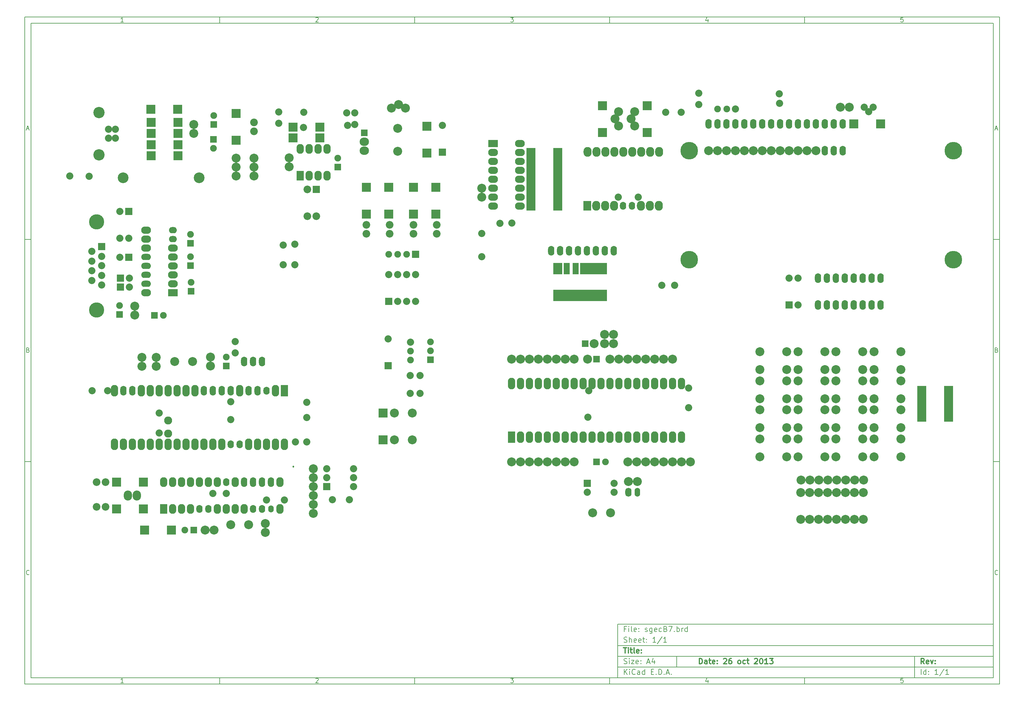
<source format=gts>
G04 (created by PCBNEW-RS274X (2011-04-29 BZR 2986)-stable) date 10/26/2013 1:24:27 PM*
G01*
G70*
G90*
%MOIN*%
G04 Gerber Fmt 3.4, Leading zero omitted, Abs format*
%FSLAX34Y34*%
G04 APERTURE LIST*
%ADD10C,0.006000*%
%ADD11C,0.012000*%
%ADD12R,0.082000X0.130000*%
%ADD13O,0.082000X0.130000*%
%ADD14O,0.070000X0.090000*%
%ADD15O,0.070000X0.110000*%
%ADD16C,0.020400*%
%ADD17C,0.080000*%
%ADD18R,0.080000X0.080000*%
%ADD19C,0.100000*%
%ADD20O,0.070000X0.100000*%
%ADD21O,0.060000X0.100000*%
%ADD22R,0.100000X0.100000*%
%ADD23C,0.075000*%
%ADD24C,0.126300*%
%ADD25R,0.100000X0.130000*%
%ADD26R,0.070000X0.130000*%
%ADD27C,0.086000*%
%ADD28R,0.075000X0.075000*%
%ADD29C,0.197200*%
%ADD30C,0.120000*%
%ADD31O,0.090000X0.110000*%
%ADD32R,0.090000X0.110000*%
%ADD33R,0.082000X0.110000*%
%ADD34O,0.082000X0.110000*%
%ADD35O,0.060000X0.080000*%
%ADD36R,0.110000X0.082000*%
%ADD37O,0.110000X0.082000*%
%ADD38O,0.090000X0.070000*%
%ADD39O,0.110000X0.070000*%
%ADD40C,0.170000*%
%ADD41O,0.092000X0.112000*%
%ADD42O,0.105000X0.095000*%
%ADD43C,0.090000*%
G04 APERTURE END LIST*
G54D10*
X04000Y-04000D02*
X113000Y-04000D01*
X113000Y-78670D01*
X04000Y-78670D01*
X04000Y-04000D01*
X04700Y-04700D02*
X112300Y-04700D01*
X112300Y-77970D01*
X04700Y-77970D01*
X04700Y-04700D01*
X25800Y-04000D02*
X25800Y-04700D01*
X15043Y-04552D02*
X14757Y-04552D01*
X14900Y-04552D02*
X14900Y-04052D01*
X14852Y-04124D01*
X14805Y-04171D01*
X14757Y-04195D01*
X25800Y-78670D02*
X25800Y-77970D01*
X15043Y-78522D02*
X14757Y-78522D01*
X14900Y-78522D02*
X14900Y-78022D01*
X14852Y-78094D01*
X14805Y-78141D01*
X14757Y-78165D01*
X47600Y-04000D02*
X47600Y-04700D01*
X36557Y-04100D02*
X36581Y-04076D01*
X36629Y-04052D01*
X36748Y-04052D01*
X36795Y-04076D01*
X36819Y-04100D01*
X36843Y-04148D01*
X36843Y-04195D01*
X36819Y-04267D01*
X36533Y-04552D01*
X36843Y-04552D01*
X47600Y-78670D02*
X47600Y-77970D01*
X36557Y-78070D02*
X36581Y-78046D01*
X36629Y-78022D01*
X36748Y-78022D01*
X36795Y-78046D01*
X36819Y-78070D01*
X36843Y-78118D01*
X36843Y-78165D01*
X36819Y-78237D01*
X36533Y-78522D01*
X36843Y-78522D01*
X69400Y-04000D02*
X69400Y-04700D01*
X58333Y-04052D02*
X58643Y-04052D01*
X58476Y-04243D01*
X58548Y-04243D01*
X58595Y-04267D01*
X58619Y-04290D01*
X58643Y-04338D01*
X58643Y-04457D01*
X58619Y-04505D01*
X58595Y-04529D01*
X58548Y-04552D01*
X58405Y-04552D01*
X58357Y-04529D01*
X58333Y-04505D01*
X69400Y-78670D02*
X69400Y-77970D01*
X58333Y-78022D02*
X58643Y-78022D01*
X58476Y-78213D01*
X58548Y-78213D01*
X58595Y-78237D01*
X58619Y-78260D01*
X58643Y-78308D01*
X58643Y-78427D01*
X58619Y-78475D01*
X58595Y-78499D01*
X58548Y-78522D01*
X58405Y-78522D01*
X58357Y-78499D01*
X58333Y-78475D01*
X91200Y-04000D02*
X91200Y-04700D01*
X80395Y-04219D02*
X80395Y-04552D01*
X80276Y-04029D02*
X80157Y-04386D01*
X80467Y-04386D01*
X91200Y-78670D02*
X91200Y-77970D01*
X80395Y-78189D02*
X80395Y-78522D01*
X80276Y-77999D02*
X80157Y-78356D01*
X80467Y-78356D01*
X102219Y-04052D02*
X101981Y-04052D01*
X101957Y-04290D01*
X101981Y-04267D01*
X102029Y-04243D01*
X102148Y-04243D01*
X102195Y-04267D01*
X102219Y-04290D01*
X102243Y-04338D01*
X102243Y-04457D01*
X102219Y-04505D01*
X102195Y-04529D01*
X102148Y-04552D01*
X102029Y-04552D01*
X101981Y-04529D01*
X101957Y-04505D01*
X102219Y-78022D02*
X101981Y-78022D01*
X101957Y-78260D01*
X101981Y-78237D01*
X102029Y-78213D01*
X102148Y-78213D01*
X102195Y-78237D01*
X102219Y-78260D01*
X102243Y-78308D01*
X102243Y-78427D01*
X102219Y-78475D01*
X102195Y-78499D01*
X102148Y-78522D01*
X102029Y-78522D01*
X101981Y-78499D01*
X101957Y-78475D01*
X04000Y-28890D02*
X04700Y-28890D01*
X04231Y-16510D02*
X04469Y-16510D01*
X04184Y-16652D02*
X04350Y-16152D01*
X04517Y-16652D01*
X113000Y-28890D02*
X112300Y-28890D01*
X112531Y-16510D02*
X112769Y-16510D01*
X112484Y-16652D02*
X112650Y-16152D01*
X112817Y-16652D01*
X04000Y-53780D02*
X04700Y-53780D01*
X04386Y-41280D02*
X04457Y-41304D01*
X04481Y-41328D01*
X04505Y-41376D01*
X04505Y-41447D01*
X04481Y-41495D01*
X04457Y-41519D01*
X04410Y-41542D01*
X04219Y-41542D01*
X04219Y-41042D01*
X04386Y-41042D01*
X04433Y-41066D01*
X04457Y-41090D01*
X04481Y-41138D01*
X04481Y-41185D01*
X04457Y-41233D01*
X04433Y-41257D01*
X04386Y-41280D01*
X04219Y-41280D01*
X113000Y-53780D02*
X112300Y-53780D01*
X112686Y-41280D02*
X112757Y-41304D01*
X112781Y-41328D01*
X112805Y-41376D01*
X112805Y-41447D01*
X112781Y-41495D01*
X112757Y-41519D01*
X112710Y-41542D01*
X112519Y-41542D01*
X112519Y-41042D01*
X112686Y-41042D01*
X112733Y-41066D01*
X112757Y-41090D01*
X112781Y-41138D01*
X112781Y-41185D01*
X112757Y-41233D01*
X112733Y-41257D01*
X112686Y-41280D01*
X112519Y-41280D01*
X04505Y-66385D02*
X04481Y-66409D01*
X04410Y-66432D01*
X04362Y-66432D01*
X04290Y-66409D01*
X04243Y-66361D01*
X04219Y-66313D01*
X04195Y-66218D01*
X04195Y-66147D01*
X04219Y-66051D01*
X04243Y-66004D01*
X04290Y-65956D01*
X04362Y-65932D01*
X04410Y-65932D01*
X04481Y-65956D01*
X04505Y-65980D01*
X112805Y-66385D02*
X112781Y-66409D01*
X112710Y-66432D01*
X112662Y-66432D01*
X112590Y-66409D01*
X112543Y-66361D01*
X112519Y-66313D01*
X112495Y-66218D01*
X112495Y-66147D01*
X112519Y-66051D01*
X112543Y-66004D01*
X112590Y-65956D01*
X112662Y-65932D01*
X112710Y-65932D01*
X112781Y-65956D01*
X112805Y-65980D01*
G54D11*
X79443Y-76413D02*
X79443Y-75813D01*
X79586Y-75813D01*
X79671Y-75841D01*
X79729Y-75899D01*
X79757Y-75956D01*
X79786Y-76070D01*
X79786Y-76156D01*
X79757Y-76270D01*
X79729Y-76327D01*
X79671Y-76384D01*
X79586Y-76413D01*
X79443Y-76413D01*
X80300Y-76413D02*
X80300Y-76099D01*
X80271Y-76041D01*
X80214Y-76013D01*
X80100Y-76013D01*
X80043Y-76041D01*
X80300Y-76384D02*
X80243Y-76413D01*
X80100Y-76413D01*
X80043Y-76384D01*
X80014Y-76327D01*
X80014Y-76270D01*
X80043Y-76213D01*
X80100Y-76184D01*
X80243Y-76184D01*
X80300Y-76156D01*
X80500Y-76013D02*
X80729Y-76013D01*
X80586Y-75813D02*
X80586Y-76327D01*
X80614Y-76384D01*
X80672Y-76413D01*
X80729Y-76413D01*
X81157Y-76384D02*
X81100Y-76413D01*
X80986Y-76413D01*
X80929Y-76384D01*
X80900Y-76327D01*
X80900Y-76099D01*
X80929Y-76041D01*
X80986Y-76013D01*
X81100Y-76013D01*
X81157Y-76041D01*
X81186Y-76099D01*
X81186Y-76156D01*
X80900Y-76213D01*
X81443Y-76356D02*
X81471Y-76384D01*
X81443Y-76413D01*
X81414Y-76384D01*
X81443Y-76356D01*
X81443Y-76413D01*
X81443Y-76041D02*
X81471Y-76070D01*
X81443Y-76099D01*
X81414Y-76070D01*
X81443Y-76041D01*
X81443Y-76099D01*
X82157Y-75870D02*
X82186Y-75841D01*
X82243Y-75813D01*
X82386Y-75813D01*
X82443Y-75841D01*
X82472Y-75870D01*
X82500Y-75927D01*
X82500Y-75984D01*
X82472Y-76070D01*
X82129Y-76413D01*
X82500Y-76413D01*
X83014Y-75813D02*
X82900Y-75813D01*
X82843Y-75841D01*
X82814Y-75870D01*
X82757Y-75956D01*
X82728Y-76070D01*
X82728Y-76299D01*
X82757Y-76356D01*
X82785Y-76384D01*
X82843Y-76413D01*
X82957Y-76413D01*
X83014Y-76384D01*
X83043Y-76356D01*
X83071Y-76299D01*
X83071Y-76156D01*
X83043Y-76099D01*
X83014Y-76070D01*
X82957Y-76041D01*
X82843Y-76041D01*
X82785Y-76070D01*
X82757Y-76099D01*
X82728Y-76156D01*
X83871Y-76413D02*
X83813Y-76384D01*
X83785Y-76356D01*
X83756Y-76299D01*
X83756Y-76127D01*
X83785Y-76070D01*
X83813Y-76041D01*
X83871Y-76013D01*
X83956Y-76013D01*
X84013Y-76041D01*
X84042Y-76070D01*
X84071Y-76127D01*
X84071Y-76299D01*
X84042Y-76356D01*
X84013Y-76384D01*
X83956Y-76413D01*
X83871Y-76413D01*
X84585Y-76384D02*
X84528Y-76413D01*
X84414Y-76413D01*
X84356Y-76384D01*
X84328Y-76356D01*
X84299Y-76299D01*
X84299Y-76127D01*
X84328Y-76070D01*
X84356Y-76041D01*
X84414Y-76013D01*
X84528Y-76013D01*
X84585Y-76041D01*
X84756Y-76013D02*
X84985Y-76013D01*
X84842Y-75813D02*
X84842Y-76327D01*
X84870Y-76384D01*
X84928Y-76413D01*
X84985Y-76413D01*
X85613Y-75870D02*
X85642Y-75841D01*
X85699Y-75813D01*
X85842Y-75813D01*
X85899Y-75841D01*
X85928Y-75870D01*
X85956Y-75927D01*
X85956Y-75984D01*
X85928Y-76070D01*
X85585Y-76413D01*
X85956Y-76413D01*
X86327Y-75813D02*
X86384Y-75813D01*
X86441Y-75841D01*
X86470Y-75870D01*
X86499Y-75927D01*
X86527Y-76041D01*
X86527Y-76184D01*
X86499Y-76299D01*
X86470Y-76356D01*
X86441Y-76384D01*
X86384Y-76413D01*
X86327Y-76413D01*
X86270Y-76384D01*
X86241Y-76356D01*
X86213Y-76299D01*
X86184Y-76184D01*
X86184Y-76041D01*
X86213Y-75927D01*
X86241Y-75870D01*
X86270Y-75841D01*
X86327Y-75813D01*
X87098Y-76413D02*
X86755Y-76413D01*
X86927Y-76413D02*
X86927Y-75813D01*
X86870Y-75899D01*
X86812Y-75956D01*
X86755Y-75984D01*
X87298Y-75813D02*
X87669Y-75813D01*
X87469Y-76041D01*
X87555Y-76041D01*
X87612Y-76070D01*
X87641Y-76099D01*
X87669Y-76156D01*
X87669Y-76299D01*
X87641Y-76356D01*
X87612Y-76384D01*
X87555Y-76413D01*
X87383Y-76413D01*
X87326Y-76384D01*
X87298Y-76356D01*
G54D10*
X71043Y-77613D02*
X71043Y-77013D01*
X71386Y-77613D02*
X71129Y-77270D01*
X71386Y-77013D02*
X71043Y-77356D01*
X71643Y-77613D02*
X71643Y-77213D01*
X71643Y-77013D02*
X71614Y-77041D01*
X71643Y-77070D01*
X71671Y-77041D01*
X71643Y-77013D01*
X71643Y-77070D01*
X72272Y-77556D02*
X72243Y-77584D01*
X72157Y-77613D01*
X72100Y-77613D01*
X72015Y-77584D01*
X71957Y-77527D01*
X71929Y-77470D01*
X71900Y-77356D01*
X71900Y-77270D01*
X71929Y-77156D01*
X71957Y-77099D01*
X72015Y-77041D01*
X72100Y-77013D01*
X72157Y-77013D01*
X72243Y-77041D01*
X72272Y-77070D01*
X72786Y-77613D02*
X72786Y-77299D01*
X72757Y-77241D01*
X72700Y-77213D01*
X72586Y-77213D01*
X72529Y-77241D01*
X72786Y-77584D02*
X72729Y-77613D01*
X72586Y-77613D01*
X72529Y-77584D01*
X72500Y-77527D01*
X72500Y-77470D01*
X72529Y-77413D01*
X72586Y-77384D01*
X72729Y-77384D01*
X72786Y-77356D01*
X73329Y-77613D02*
X73329Y-77013D01*
X73329Y-77584D02*
X73272Y-77613D01*
X73158Y-77613D01*
X73100Y-77584D01*
X73072Y-77556D01*
X73043Y-77499D01*
X73043Y-77327D01*
X73072Y-77270D01*
X73100Y-77241D01*
X73158Y-77213D01*
X73272Y-77213D01*
X73329Y-77241D01*
X74072Y-77299D02*
X74272Y-77299D01*
X74358Y-77613D02*
X74072Y-77613D01*
X74072Y-77013D01*
X74358Y-77013D01*
X74615Y-77556D02*
X74643Y-77584D01*
X74615Y-77613D01*
X74586Y-77584D01*
X74615Y-77556D01*
X74615Y-77613D01*
X74901Y-77613D02*
X74901Y-77013D01*
X75044Y-77013D01*
X75129Y-77041D01*
X75187Y-77099D01*
X75215Y-77156D01*
X75244Y-77270D01*
X75244Y-77356D01*
X75215Y-77470D01*
X75187Y-77527D01*
X75129Y-77584D01*
X75044Y-77613D01*
X74901Y-77613D01*
X75501Y-77556D02*
X75529Y-77584D01*
X75501Y-77613D01*
X75472Y-77584D01*
X75501Y-77556D01*
X75501Y-77613D01*
X75758Y-77441D02*
X76044Y-77441D01*
X75701Y-77613D02*
X75901Y-77013D01*
X76101Y-77613D01*
X76301Y-77556D02*
X76329Y-77584D01*
X76301Y-77613D01*
X76272Y-77584D01*
X76301Y-77556D01*
X76301Y-77613D01*
G54D11*
X104586Y-76413D02*
X104386Y-76127D01*
X104243Y-76413D02*
X104243Y-75813D01*
X104471Y-75813D01*
X104529Y-75841D01*
X104557Y-75870D01*
X104586Y-75927D01*
X104586Y-76013D01*
X104557Y-76070D01*
X104529Y-76099D01*
X104471Y-76127D01*
X104243Y-76127D01*
X105071Y-76384D02*
X105014Y-76413D01*
X104900Y-76413D01*
X104843Y-76384D01*
X104814Y-76327D01*
X104814Y-76099D01*
X104843Y-76041D01*
X104900Y-76013D01*
X105014Y-76013D01*
X105071Y-76041D01*
X105100Y-76099D01*
X105100Y-76156D01*
X104814Y-76213D01*
X105300Y-76013D02*
X105443Y-76413D01*
X105585Y-76013D01*
X105814Y-76356D02*
X105842Y-76384D01*
X105814Y-76413D01*
X105785Y-76384D01*
X105814Y-76356D01*
X105814Y-76413D01*
X105814Y-76041D02*
X105842Y-76070D01*
X105814Y-76099D01*
X105785Y-76070D01*
X105814Y-76041D01*
X105814Y-76099D01*
G54D10*
X71014Y-76384D02*
X71100Y-76413D01*
X71243Y-76413D01*
X71300Y-76384D01*
X71329Y-76356D01*
X71357Y-76299D01*
X71357Y-76241D01*
X71329Y-76184D01*
X71300Y-76156D01*
X71243Y-76127D01*
X71129Y-76099D01*
X71071Y-76070D01*
X71043Y-76041D01*
X71014Y-75984D01*
X71014Y-75927D01*
X71043Y-75870D01*
X71071Y-75841D01*
X71129Y-75813D01*
X71271Y-75813D01*
X71357Y-75841D01*
X71614Y-76413D02*
X71614Y-76013D01*
X71614Y-75813D02*
X71585Y-75841D01*
X71614Y-75870D01*
X71642Y-75841D01*
X71614Y-75813D01*
X71614Y-75870D01*
X71843Y-76013D02*
X72157Y-76013D01*
X71843Y-76413D01*
X72157Y-76413D01*
X72614Y-76384D02*
X72557Y-76413D01*
X72443Y-76413D01*
X72386Y-76384D01*
X72357Y-76327D01*
X72357Y-76099D01*
X72386Y-76041D01*
X72443Y-76013D01*
X72557Y-76013D01*
X72614Y-76041D01*
X72643Y-76099D01*
X72643Y-76156D01*
X72357Y-76213D01*
X72900Y-76356D02*
X72928Y-76384D01*
X72900Y-76413D01*
X72871Y-76384D01*
X72900Y-76356D01*
X72900Y-76413D01*
X72900Y-76041D02*
X72928Y-76070D01*
X72900Y-76099D01*
X72871Y-76070D01*
X72900Y-76041D01*
X72900Y-76099D01*
X73614Y-76241D02*
X73900Y-76241D01*
X73557Y-76413D02*
X73757Y-75813D01*
X73957Y-76413D01*
X74414Y-76013D02*
X74414Y-76413D01*
X74271Y-75784D02*
X74128Y-76213D01*
X74500Y-76213D01*
X104243Y-77613D02*
X104243Y-77013D01*
X104786Y-77613D02*
X104786Y-77013D01*
X104786Y-77584D02*
X104729Y-77613D01*
X104615Y-77613D01*
X104557Y-77584D01*
X104529Y-77556D01*
X104500Y-77499D01*
X104500Y-77327D01*
X104529Y-77270D01*
X104557Y-77241D01*
X104615Y-77213D01*
X104729Y-77213D01*
X104786Y-77241D01*
X105072Y-77556D02*
X105100Y-77584D01*
X105072Y-77613D01*
X105043Y-77584D01*
X105072Y-77556D01*
X105072Y-77613D01*
X105072Y-77241D02*
X105100Y-77270D01*
X105072Y-77299D01*
X105043Y-77270D01*
X105072Y-77241D01*
X105072Y-77299D01*
X106129Y-77613D02*
X105786Y-77613D01*
X105958Y-77613D02*
X105958Y-77013D01*
X105901Y-77099D01*
X105843Y-77156D01*
X105786Y-77184D01*
X106814Y-76984D02*
X106300Y-77756D01*
X107329Y-77613D02*
X106986Y-77613D01*
X107158Y-77613D02*
X107158Y-77013D01*
X107101Y-77099D01*
X107043Y-77156D01*
X106986Y-77184D01*
G54D11*
X70957Y-74613D02*
X71300Y-74613D01*
X71129Y-75213D02*
X71129Y-74613D01*
X71500Y-75213D02*
X71500Y-74813D01*
X71500Y-74613D02*
X71471Y-74641D01*
X71500Y-74670D01*
X71528Y-74641D01*
X71500Y-74613D01*
X71500Y-74670D01*
X71700Y-74813D02*
X71929Y-74813D01*
X71786Y-74613D02*
X71786Y-75127D01*
X71814Y-75184D01*
X71872Y-75213D01*
X71929Y-75213D01*
X72215Y-75213D02*
X72157Y-75184D01*
X72129Y-75127D01*
X72129Y-74613D01*
X72671Y-75184D02*
X72614Y-75213D01*
X72500Y-75213D01*
X72443Y-75184D01*
X72414Y-75127D01*
X72414Y-74899D01*
X72443Y-74841D01*
X72500Y-74813D01*
X72614Y-74813D01*
X72671Y-74841D01*
X72700Y-74899D01*
X72700Y-74956D01*
X72414Y-75013D01*
X72957Y-75156D02*
X72985Y-75184D01*
X72957Y-75213D01*
X72928Y-75184D01*
X72957Y-75156D01*
X72957Y-75213D01*
X72957Y-74841D02*
X72985Y-74870D01*
X72957Y-74899D01*
X72928Y-74870D01*
X72957Y-74841D01*
X72957Y-74899D01*
G54D10*
X71243Y-72499D02*
X71043Y-72499D01*
X71043Y-72813D02*
X71043Y-72213D01*
X71329Y-72213D01*
X71557Y-72813D02*
X71557Y-72413D01*
X71557Y-72213D02*
X71528Y-72241D01*
X71557Y-72270D01*
X71585Y-72241D01*
X71557Y-72213D01*
X71557Y-72270D01*
X71929Y-72813D02*
X71871Y-72784D01*
X71843Y-72727D01*
X71843Y-72213D01*
X72385Y-72784D02*
X72328Y-72813D01*
X72214Y-72813D01*
X72157Y-72784D01*
X72128Y-72727D01*
X72128Y-72499D01*
X72157Y-72441D01*
X72214Y-72413D01*
X72328Y-72413D01*
X72385Y-72441D01*
X72414Y-72499D01*
X72414Y-72556D01*
X72128Y-72613D01*
X72671Y-72756D02*
X72699Y-72784D01*
X72671Y-72813D01*
X72642Y-72784D01*
X72671Y-72756D01*
X72671Y-72813D01*
X72671Y-72441D02*
X72699Y-72470D01*
X72671Y-72499D01*
X72642Y-72470D01*
X72671Y-72441D01*
X72671Y-72499D01*
X73385Y-72784D02*
X73442Y-72813D01*
X73557Y-72813D01*
X73614Y-72784D01*
X73642Y-72727D01*
X73642Y-72699D01*
X73614Y-72641D01*
X73557Y-72613D01*
X73471Y-72613D01*
X73414Y-72584D01*
X73385Y-72527D01*
X73385Y-72499D01*
X73414Y-72441D01*
X73471Y-72413D01*
X73557Y-72413D01*
X73614Y-72441D01*
X74157Y-72413D02*
X74157Y-72899D01*
X74128Y-72956D01*
X74100Y-72984D01*
X74043Y-73013D01*
X73957Y-73013D01*
X73900Y-72984D01*
X74157Y-72784D02*
X74100Y-72813D01*
X73986Y-72813D01*
X73928Y-72784D01*
X73900Y-72756D01*
X73871Y-72699D01*
X73871Y-72527D01*
X73900Y-72470D01*
X73928Y-72441D01*
X73986Y-72413D01*
X74100Y-72413D01*
X74157Y-72441D01*
X74671Y-72784D02*
X74614Y-72813D01*
X74500Y-72813D01*
X74443Y-72784D01*
X74414Y-72727D01*
X74414Y-72499D01*
X74443Y-72441D01*
X74500Y-72413D01*
X74614Y-72413D01*
X74671Y-72441D01*
X74700Y-72499D01*
X74700Y-72556D01*
X74414Y-72613D01*
X75214Y-72784D02*
X75157Y-72813D01*
X75043Y-72813D01*
X74985Y-72784D01*
X74957Y-72756D01*
X74928Y-72699D01*
X74928Y-72527D01*
X74957Y-72470D01*
X74985Y-72441D01*
X75043Y-72413D01*
X75157Y-72413D01*
X75214Y-72441D01*
X75671Y-72499D02*
X75757Y-72527D01*
X75785Y-72556D01*
X75814Y-72613D01*
X75814Y-72699D01*
X75785Y-72756D01*
X75757Y-72784D01*
X75699Y-72813D01*
X75471Y-72813D01*
X75471Y-72213D01*
X75671Y-72213D01*
X75728Y-72241D01*
X75757Y-72270D01*
X75785Y-72327D01*
X75785Y-72384D01*
X75757Y-72441D01*
X75728Y-72470D01*
X75671Y-72499D01*
X75471Y-72499D01*
X76014Y-72213D02*
X76414Y-72213D01*
X76157Y-72813D01*
X76642Y-72756D02*
X76670Y-72784D01*
X76642Y-72813D01*
X76613Y-72784D01*
X76642Y-72756D01*
X76642Y-72813D01*
X76928Y-72813D02*
X76928Y-72213D01*
X76928Y-72441D02*
X76985Y-72413D01*
X77099Y-72413D01*
X77156Y-72441D01*
X77185Y-72470D01*
X77214Y-72527D01*
X77214Y-72699D01*
X77185Y-72756D01*
X77156Y-72784D01*
X77099Y-72813D01*
X76985Y-72813D01*
X76928Y-72784D01*
X77471Y-72813D02*
X77471Y-72413D01*
X77471Y-72527D02*
X77499Y-72470D01*
X77528Y-72441D01*
X77585Y-72413D01*
X77642Y-72413D01*
X78099Y-72813D02*
X78099Y-72213D01*
X78099Y-72784D02*
X78042Y-72813D01*
X77928Y-72813D01*
X77870Y-72784D01*
X77842Y-72756D01*
X77813Y-72699D01*
X77813Y-72527D01*
X77842Y-72470D01*
X77870Y-72441D01*
X77928Y-72413D01*
X78042Y-72413D01*
X78099Y-72441D01*
X71014Y-73984D02*
X71100Y-74013D01*
X71243Y-74013D01*
X71300Y-73984D01*
X71329Y-73956D01*
X71357Y-73899D01*
X71357Y-73841D01*
X71329Y-73784D01*
X71300Y-73756D01*
X71243Y-73727D01*
X71129Y-73699D01*
X71071Y-73670D01*
X71043Y-73641D01*
X71014Y-73584D01*
X71014Y-73527D01*
X71043Y-73470D01*
X71071Y-73441D01*
X71129Y-73413D01*
X71271Y-73413D01*
X71357Y-73441D01*
X71614Y-74013D02*
X71614Y-73413D01*
X71871Y-74013D02*
X71871Y-73699D01*
X71842Y-73641D01*
X71785Y-73613D01*
X71700Y-73613D01*
X71642Y-73641D01*
X71614Y-73670D01*
X72385Y-73984D02*
X72328Y-74013D01*
X72214Y-74013D01*
X72157Y-73984D01*
X72128Y-73927D01*
X72128Y-73699D01*
X72157Y-73641D01*
X72214Y-73613D01*
X72328Y-73613D01*
X72385Y-73641D01*
X72414Y-73699D01*
X72414Y-73756D01*
X72128Y-73813D01*
X72899Y-73984D02*
X72842Y-74013D01*
X72728Y-74013D01*
X72671Y-73984D01*
X72642Y-73927D01*
X72642Y-73699D01*
X72671Y-73641D01*
X72728Y-73613D01*
X72842Y-73613D01*
X72899Y-73641D01*
X72928Y-73699D01*
X72928Y-73756D01*
X72642Y-73813D01*
X73099Y-73613D02*
X73328Y-73613D01*
X73185Y-73413D02*
X73185Y-73927D01*
X73213Y-73984D01*
X73271Y-74013D01*
X73328Y-74013D01*
X73528Y-73956D02*
X73556Y-73984D01*
X73528Y-74013D01*
X73499Y-73984D01*
X73528Y-73956D01*
X73528Y-74013D01*
X73528Y-73641D02*
X73556Y-73670D01*
X73528Y-73699D01*
X73499Y-73670D01*
X73528Y-73641D01*
X73528Y-73699D01*
X74585Y-74013D02*
X74242Y-74013D01*
X74414Y-74013D02*
X74414Y-73413D01*
X74357Y-73499D01*
X74299Y-73556D01*
X74242Y-73584D01*
X75270Y-73384D02*
X74756Y-74156D01*
X75785Y-74013D02*
X75442Y-74013D01*
X75614Y-74013D02*
X75614Y-73413D01*
X75557Y-73499D01*
X75499Y-73556D01*
X75442Y-73584D01*
X70300Y-71970D02*
X70300Y-77970D01*
X70300Y-71970D02*
X112300Y-71970D01*
X70300Y-71970D02*
X112300Y-71970D01*
X70300Y-74370D02*
X112300Y-74370D01*
X103500Y-75570D02*
X103500Y-77970D01*
X70300Y-76770D02*
X112300Y-76770D01*
X70300Y-75570D02*
X112300Y-75570D01*
X76900Y-75570D02*
X76900Y-76770D01*
G54D12*
X33035Y-45825D03*
G54D13*
X32035Y-45825D03*
G54D14*
X31035Y-45825D03*
G54D15*
X30035Y-45825D03*
X29035Y-45825D03*
G54D13*
X28035Y-45825D03*
G54D15*
X27035Y-45825D03*
X26035Y-45825D03*
X25035Y-45825D03*
X24035Y-45825D03*
G54D13*
X23035Y-45825D03*
X22035Y-45825D03*
X21035Y-45825D03*
X20035Y-45825D03*
X19035Y-45825D03*
X18035Y-45825D03*
X17035Y-45825D03*
G54D15*
X16035Y-45825D03*
X15035Y-45825D03*
G54D13*
X14035Y-45825D03*
X14035Y-51825D03*
X15035Y-51825D03*
X16035Y-51825D03*
X17035Y-51825D03*
X18035Y-51825D03*
X19035Y-51825D03*
X20035Y-51825D03*
X21035Y-51825D03*
X22035Y-51825D03*
X23035Y-51825D03*
X24035Y-51825D03*
X25035Y-51825D03*
X26035Y-51825D03*
G54D14*
X27035Y-51825D03*
X28035Y-51825D03*
G54D13*
X29035Y-51825D03*
X30035Y-51825D03*
X31035Y-51825D03*
X32035Y-51825D03*
X33035Y-51825D03*
G54D16*
X34035Y-54325D03*
G54D12*
X58440Y-51050D03*
G54D13*
X59440Y-51050D03*
X60440Y-51050D03*
X61440Y-51050D03*
X62440Y-51050D03*
X63440Y-51050D03*
X64440Y-51050D03*
X65440Y-51050D03*
X66440Y-51050D03*
X67440Y-51050D03*
X68440Y-51050D03*
X69440Y-51050D03*
X70440Y-51050D03*
X71440Y-51050D03*
X72440Y-51050D03*
X73440Y-51050D03*
X74440Y-51050D03*
X75440Y-51050D03*
X76440Y-51050D03*
X77440Y-51050D03*
X77440Y-45050D03*
X76440Y-45050D03*
X75440Y-45050D03*
X74440Y-45050D03*
X73440Y-45050D03*
X72440Y-45050D03*
X71440Y-45050D03*
X70440Y-45050D03*
X69440Y-45050D03*
X68440Y-45050D03*
X67440Y-45050D03*
X66440Y-45050D03*
X65440Y-45050D03*
X64440Y-45050D03*
X63440Y-45050D03*
X62440Y-45050D03*
X61440Y-45050D03*
X60440Y-45050D03*
X59440Y-45050D03*
X58440Y-45050D03*
G54D17*
X90470Y-33220D03*
X90470Y-36220D03*
G54D18*
X89470Y-36220D03*
G54D17*
X89470Y-33220D03*
G54D19*
X16310Y-37360D03*
X16310Y-36360D03*
X22900Y-17050D03*
X22900Y-16050D03*
X55120Y-24170D03*
X55120Y-23170D03*
X33560Y-20780D03*
X33560Y-19780D03*
X96220Y-14090D03*
X95220Y-14090D03*
X69845Y-40570D03*
X68845Y-40570D03*
X24785Y-43075D03*
X24785Y-42075D03*
X17120Y-42100D03*
X17120Y-43100D03*
X24160Y-61450D03*
X25160Y-61450D03*
X30910Y-60700D03*
X30910Y-61700D03*
X18720Y-42100D03*
X18720Y-43100D03*
X69841Y-39528D03*
X68841Y-39528D03*
X71500Y-56000D03*
X72500Y-56000D03*
G54D20*
X71500Y-57200D03*
G54D21*
X72500Y-57200D03*
G54D22*
X21150Y-15800D03*
X18150Y-15800D03*
X21150Y-17050D03*
X18150Y-17050D03*
G54D23*
X81490Y-14310D03*
X82498Y-14310D03*
G54D17*
X83490Y-14310D03*
G54D23*
X47130Y-42410D03*
X47130Y-41402D03*
G54D17*
X47130Y-40410D03*
X14150Y-17570D03*
X14150Y-16570D03*
X13363Y-16570D03*
X13363Y-17570D03*
G54D24*
X12300Y-19432D03*
X12300Y-14708D03*
G54D17*
X98380Y-14610D03*
X98880Y-14110D03*
X97880Y-14110D03*
G54D15*
X92720Y-36220D03*
X93720Y-36220D03*
X94720Y-36220D03*
X95720Y-36220D03*
X96720Y-36220D03*
X97720Y-36220D03*
X98720Y-36220D03*
X99720Y-36220D03*
X99720Y-33220D03*
X98720Y-33220D03*
X97720Y-33220D03*
X96720Y-33220D03*
X95720Y-33220D03*
X94720Y-33220D03*
X93720Y-33220D03*
X92720Y-33220D03*
G54D19*
X90780Y-60220D03*
X91780Y-60220D03*
X92780Y-60220D03*
X93780Y-60220D03*
X94780Y-60220D03*
X95780Y-60220D03*
X96780Y-60220D03*
X97780Y-60220D03*
X97780Y-57220D03*
X96780Y-57220D03*
X95780Y-57220D03*
X94780Y-57220D03*
X93780Y-57220D03*
X92780Y-57220D03*
X91780Y-57220D03*
X90780Y-57220D03*
G54D25*
X63620Y-35170D03*
X64620Y-35170D03*
X65620Y-35170D03*
X66620Y-35170D03*
X67620Y-35170D03*
X68620Y-35170D03*
X68620Y-32170D03*
X67620Y-32170D03*
X66620Y-32170D03*
G54D26*
X65620Y-32170D03*
X64620Y-32170D03*
G54D25*
X63620Y-32170D03*
G54D18*
X44710Y-35820D03*
G54D17*
X45710Y-35820D03*
X46710Y-35820D03*
X47710Y-35820D03*
X47710Y-32820D03*
X46710Y-32820D03*
X45710Y-32820D03*
X44710Y-32820D03*
G54D27*
X35600Y-26300D03*
X35600Y-23300D03*
G54D18*
X36600Y-23300D03*
G54D27*
X36600Y-26300D03*
G54D17*
X14640Y-28760D03*
X14640Y-25760D03*
G54D18*
X15640Y-25760D03*
G54D17*
X15640Y-28760D03*
G54D19*
X93470Y-44720D03*
X93470Y-46720D03*
X90470Y-44720D03*
X90470Y-46720D03*
X89220Y-44720D03*
X89220Y-46720D03*
X86220Y-44720D03*
X86220Y-46720D03*
X101970Y-47970D03*
X101970Y-49970D03*
X98970Y-47970D03*
X98970Y-49970D03*
X93470Y-41470D03*
X93470Y-43470D03*
X90470Y-41470D03*
X90470Y-43470D03*
X89220Y-41470D03*
X89220Y-43470D03*
X86220Y-41470D03*
X86220Y-43470D03*
X101970Y-44720D03*
X101970Y-46720D03*
X98970Y-44720D03*
X98970Y-46720D03*
X97720Y-44720D03*
X97720Y-46720D03*
X94720Y-44720D03*
X94720Y-46720D03*
X97720Y-47970D03*
X97720Y-49970D03*
X94720Y-47970D03*
X94720Y-49970D03*
X93470Y-47970D03*
X93470Y-49970D03*
X90470Y-47970D03*
X90470Y-49970D03*
X89220Y-47970D03*
X89220Y-49970D03*
X86220Y-47970D03*
X86220Y-49970D03*
X101970Y-51220D03*
X101970Y-53220D03*
X98970Y-51220D03*
X98970Y-53220D03*
X97720Y-51220D03*
X97720Y-53220D03*
X94720Y-51220D03*
X94720Y-53220D03*
X93470Y-51220D03*
X93470Y-53220D03*
X90470Y-51220D03*
X90470Y-53220D03*
X89220Y-51220D03*
X89220Y-53220D03*
X86220Y-51220D03*
X86220Y-53220D03*
X97720Y-41470D03*
X97720Y-43470D03*
X94720Y-41470D03*
X94720Y-43470D03*
X101970Y-41470D03*
X101970Y-43470D03*
X98970Y-41470D03*
X98970Y-43470D03*
X47340Y-51340D03*
X45340Y-51340D03*
X47340Y-48340D03*
X45340Y-48340D03*
X27650Y-19800D03*
X29650Y-19800D03*
X27650Y-20800D03*
X27650Y-21800D03*
X29650Y-21800D03*
X29650Y-20800D03*
X90810Y-55840D03*
X91810Y-55840D03*
X92810Y-55840D03*
X93810Y-55840D03*
X94810Y-55840D03*
X95810Y-55840D03*
X96810Y-55840D03*
X97810Y-55840D03*
X58440Y-53800D03*
X59440Y-53800D03*
X60440Y-53800D03*
X61440Y-53800D03*
X62440Y-53800D03*
X63440Y-53800D03*
X64440Y-53800D03*
X65440Y-53800D03*
X58440Y-42300D03*
X59440Y-42300D03*
X60440Y-42300D03*
X61440Y-42300D03*
X62440Y-42300D03*
X63440Y-42300D03*
X64440Y-42300D03*
X65440Y-42300D03*
G54D15*
X69870Y-30170D03*
X68870Y-30170D03*
X67870Y-30170D03*
X66870Y-30170D03*
X65870Y-30170D03*
X64870Y-30170D03*
X63870Y-30170D03*
X62870Y-30170D03*
G54D19*
X71440Y-53800D03*
X72440Y-53800D03*
X73440Y-53800D03*
X74440Y-53800D03*
X75440Y-53800D03*
X76440Y-53800D03*
X77440Y-53800D03*
X78440Y-53800D03*
X76440Y-42300D03*
X75440Y-42300D03*
X74440Y-42300D03*
X73440Y-42300D03*
X72440Y-42300D03*
X71440Y-42300D03*
X70440Y-42300D03*
X69440Y-42300D03*
X36285Y-54575D03*
X36285Y-55575D03*
X36285Y-56575D03*
X36285Y-57575D03*
X36285Y-58575D03*
X36285Y-59575D03*
G54D18*
X47710Y-30570D03*
G54D23*
X46710Y-30570D03*
X45710Y-30570D03*
X44710Y-30570D03*
G54D28*
X49380Y-42370D03*
G54D23*
X49380Y-41370D03*
X49380Y-40370D03*
G54D15*
X28535Y-42575D03*
X29535Y-42575D03*
X30535Y-42575D03*
G54D18*
X14720Y-33220D03*
G54D17*
X15720Y-33220D03*
G54D18*
X14720Y-34220D03*
G54D17*
X15720Y-34220D03*
G54D28*
X66670Y-40570D03*
G54D19*
X67670Y-40570D03*
G54D15*
X80470Y-15970D03*
X81470Y-15970D03*
X82470Y-15970D03*
X83470Y-15970D03*
X84470Y-15970D03*
X85470Y-15970D03*
X86470Y-15970D03*
X87470Y-15970D03*
X88470Y-15970D03*
X89470Y-15970D03*
X90470Y-15970D03*
X91470Y-15970D03*
X92470Y-15970D03*
X93470Y-15970D03*
X94470Y-15970D03*
X95470Y-15970D03*
G54D22*
X34020Y-16320D03*
X37020Y-16320D03*
X44090Y-48340D03*
X44090Y-51340D03*
X17285Y-59075D03*
X14285Y-59075D03*
X17285Y-56075D03*
X14285Y-56075D03*
X34020Y-17520D03*
X37020Y-17520D03*
X99720Y-15970D03*
X96720Y-15970D03*
X68620Y-16920D03*
X68620Y-13920D03*
X73620Y-16920D03*
X73620Y-13920D03*
X63620Y-25170D03*
X60620Y-25170D03*
X63620Y-24170D03*
X60620Y-24170D03*
X63620Y-23170D03*
X60620Y-23170D03*
X63620Y-22170D03*
X60620Y-22170D03*
X17410Y-61450D03*
X20410Y-61450D03*
X18120Y-14320D03*
X21120Y-14320D03*
X18150Y-19550D03*
X21150Y-19550D03*
X18150Y-18300D03*
X21150Y-18300D03*
X63620Y-21170D03*
X60620Y-21170D03*
X63620Y-19170D03*
X60620Y-19170D03*
X63620Y-20170D03*
X60620Y-20170D03*
X42210Y-23070D03*
X42210Y-26070D03*
X44710Y-23070D03*
X44710Y-26070D03*
X47460Y-23070D03*
X47460Y-26070D03*
X49960Y-23070D03*
X49960Y-26070D03*
X27650Y-17800D03*
X27650Y-14800D03*
X48970Y-16220D03*
X48970Y-19220D03*
G54D27*
X12035Y-56075D03*
X13035Y-56075D03*
X12035Y-58825D03*
X13035Y-58825D03*
X42210Y-27270D03*
X42210Y-28270D03*
X44810Y-27270D03*
X44810Y-28270D03*
X47460Y-27270D03*
X47460Y-28270D03*
X50060Y-27270D03*
X50060Y-28270D03*
X29650Y-15800D03*
X29650Y-16800D03*
G54D19*
X80470Y-18954D03*
X81470Y-18970D03*
X82470Y-18970D03*
X83470Y-18970D03*
X84470Y-18970D03*
X85470Y-18970D03*
X86470Y-18970D03*
X87470Y-18970D03*
X88470Y-18970D03*
X89470Y-18970D03*
X90470Y-18970D03*
X91470Y-18970D03*
X92470Y-18970D03*
G54D15*
X93470Y-18970D03*
X94470Y-18970D03*
X95470Y-18970D03*
G54D29*
X78305Y-18970D03*
X78305Y-31175D03*
X107832Y-18970D03*
X107832Y-31175D03*
G54D19*
X27035Y-60825D03*
X29035Y-60825D03*
X69500Y-59500D03*
X67500Y-59500D03*
X22785Y-42575D03*
X20785Y-42575D03*
G54D30*
X23510Y-22000D03*
X15010Y-22000D03*
G54D31*
X66927Y-19115D03*
X67927Y-19115D03*
X68927Y-19115D03*
X69927Y-19115D03*
X70930Y-19115D03*
X71930Y-19115D03*
X72930Y-19115D03*
X73930Y-19115D03*
G54D32*
X66917Y-25125D03*
G54D31*
X67920Y-25125D03*
X68920Y-25125D03*
X69920Y-25125D03*
G54D14*
X70920Y-25125D03*
X71920Y-25125D03*
G54D31*
X72920Y-25125D03*
X73920Y-25125D03*
X74930Y-19115D03*
X74920Y-25125D03*
G54D33*
X34810Y-21780D03*
G54D34*
X35810Y-21780D03*
X36810Y-21780D03*
X37810Y-21780D03*
X37810Y-18780D03*
X36810Y-18780D03*
X35810Y-18780D03*
X34810Y-18780D03*
X20535Y-59075D03*
X21535Y-59075D03*
X22535Y-59075D03*
G54D14*
X23535Y-59075D03*
X24535Y-59075D03*
G54D34*
X25535Y-59075D03*
X26535Y-59075D03*
X27535Y-59075D03*
X28535Y-59075D03*
G54D14*
X29535Y-59075D03*
X30535Y-59075D03*
G54D35*
X31535Y-59075D03*
G54D34*
X32535Y-59075D03*
G54D33*
X19535Y-59075D03*
G54D34*
X32535Y-56075D03*
G54D15*
X31535Y-56075D03*
X30535Y-56075D03*
X29535Y-56075D03*
X28535Y-56075D03*
G54D34*
X27535Y-56075D03*
G54D14*
X26535Y-56075D03*
G54D34*
X25535Y-56075D03*
X24535Y-56075D03*
X23535Y-56075D03*
X22535Y-56075D03*
X21535Y-56075D03*
X20535Y-56075D03*
X19535Y-56075D03*
G54D36*
X20560Y-34860D03*
G54D37*
X20560Y-33860D03*
X20560Y-32860D03*
X20560Y-31860D03*
X20560Y-30860D03*
X20560Y-29860D03*
G54D38*
X20560Y-28860D03*
X20560Y-27860D03*
G54D37*
X17560Y-27860D03*
X17560Y-28860D03*
X17560Y-29860D03*
G54D39*
X17560Y-30860D03*
X17560Y-31860D03*
X17560Y-32860D03*
X17560Y-33860D03*
G54D37*
X17560Y-34860D03*
G54D36*
X56370Y-18170D03*
G54D37*
X56370Y-19170D03*
X56370Y-20170D03*
X56370Y-21170D03*
X56370Y-22170D03*
X56370Y-23170D03*
X56370Y-24170D03*
X56370Y-25170D03*
X59370Y-25170D03*
X59370Y-24170D03*
X59370Y-23170D03*
X59370Y-22170D03*
X59370Y-21170D03*
X59370Y-20170D03*
X59370Y-19170D03*
X59370Y-18170D03*
G54D40*
X12050Y-26950D03*
X12050Y-36800D03*
G54D18*
X12600Y-29700D03*
G54D17*
X12600Y-30800D03*
X12600Y-31850D03*
X12600Y-32950D03*
X12600Y-34000D03*
X11500Y-30250D03*
X11500Y-31350D03*
X11500Y-32400D03*
X11500Y-33500D03*
G54D28*
X67940Y-42300D03*
G54D19*
X66940Y-42300D03*
G54D28*
X26535Y-43075D03*
G54D23*
X26535Y-42075D03*
G54D19*
X45720Y-19020D03*
X45720Y-16461D03*
G54D41*
X15535Y-57575D03*
X16535Y-57575D03*
G54D28*
X22910Y-61450D03*
G54D23*
X21910Y-61450D03*
G54D18*
X37785Y-56575D03*
G54D17*
X37785Y-55575D03*
X37785Y-54575D03*
X40785Y-56575D03*
X40785Y-55575D03*
X40785Y-54575D03*
G54D28*
X41970Y-16970D03*
G54D42*
X41970Y-17970D03*
X41970Y-18970D03*
G54D18*
X15630Y-30890D03*
G54D17*
X14630Y-30890D03*
X69900Y-57200D03*
X66900Y-57200D03*
G54D18*
X66900Y-56200D03*
G54D17*
X69900Y-56200D03*
G54D22*
X104300Y-46800D03*
X107300Y-46800D03*
X104300Y-45800D03*
X107300Y-45800D03*
X104300Y-47800D03*
X107300Y-47800D03*
X104300Y-48800D03*
X107300Y-48800D03*
G54D28*
X22550Y-29350D03*
G54D23*
X22550Y-28350D03*
G54D28*
X22550Y-31850D03*
G54D23*
X22550Y-30850D03*
G54D28*
X22600Y-34700D03*
G54D23*
X22600Y-33700D03*
G54D28*
X18500Y-37400D03*
G54D23*
X19500Y-37400D03*
G54D28*
X14600Y-37300D03*
G54D23*
X14600Y-36300D03*
G54D28*
X25150Y-16050D03*
G54D23*
X25150Y-15050D03*
G54D28*
X25100Y-17700D03*
G54D23*
X25100Y-18700D03*
G54D19*
X45013Y-14197D03*
X45800Y-13803D03*
X46587Y-14197D03*
X72197Y-16187D03*
X71803Y-15400D03*
X72197Y-14613D03*
X70397Y-16187D03*
X70003Y-15400D03*
X70397Y-14613D03*
G54D28*
X67950Y-53800D03*
G54D23*
X68950Y-53800D03*
G54D17*
X50700Y-16150D03*
G54D18*
X50700Y-19150D03*
G54D17*
X44650Y-40050D03*
G54D18*
X44650Y-43050D03*
G54D28*
X39000Y-20800D03*
G54D23*
X39000Y-19800D03*
G54D17*
X11220Y-21820D03*
X09050Y-21810D03*
X40320Y-58020D03*
X38420Y-58020D03*
X27035Y-47075D03*
G54D43*
X20030Y-50630D03*
G54D17*
X35535Y-51575D03*
X27035Y-49075D03*
G54D43*
X20040Y-49160D03*
G54D17*
X34285Y-51575D03*
X70370Y-24170D03*
X72620Y-24170D03*
X78250Y-47730D03*
X78230Y-45520D03*
X40120Y-16120D03*
X40020Y-14720D03*
X40920Y-14720D03*
X40920Y-16020D03*
X19035Y-48325D03*
X19035Y-50575D03*
X35530Y-47120D03*
X35530Y-48820D03*
X32410Y-14630D03*
X32410Y-15910D03*
X13285Y-45825D03*
X11535Y-45825D03*
X31035Y-58075D03*
X33035Y-58075D03*
X55120Y-28220D03*
X55120Y-30820D03*
X67070Y-45850D03*
X66990Y-48790D03*
X88370Y-12610D03*
X88400Y-13660D03*
X79360Y-12540D03*
X79380Y-13800D03*
X48220Y-44120D03*
X48220Y-46120D03*
X32920Y-31720D03*
X32920Y-29520D03*
X27540Y-40350D03*
X27540Y-41600D03*
X25035Y-57325D03*
X26535Y-57325D03*
X75230Y-34050D03*
X76660Y-34050D03*
X75680Y-14660D03*
X77410Y-14680D03*
X58490Y-27080D03*
X57130Y-27090D03*
X35200Y-14670D03*
X35180Y-16360D03*
X47120Y-44120D03*
X47120Y-46120D03*
X34220Y-31720D03*
X34220Y-29420D03*
M02*

</source>
